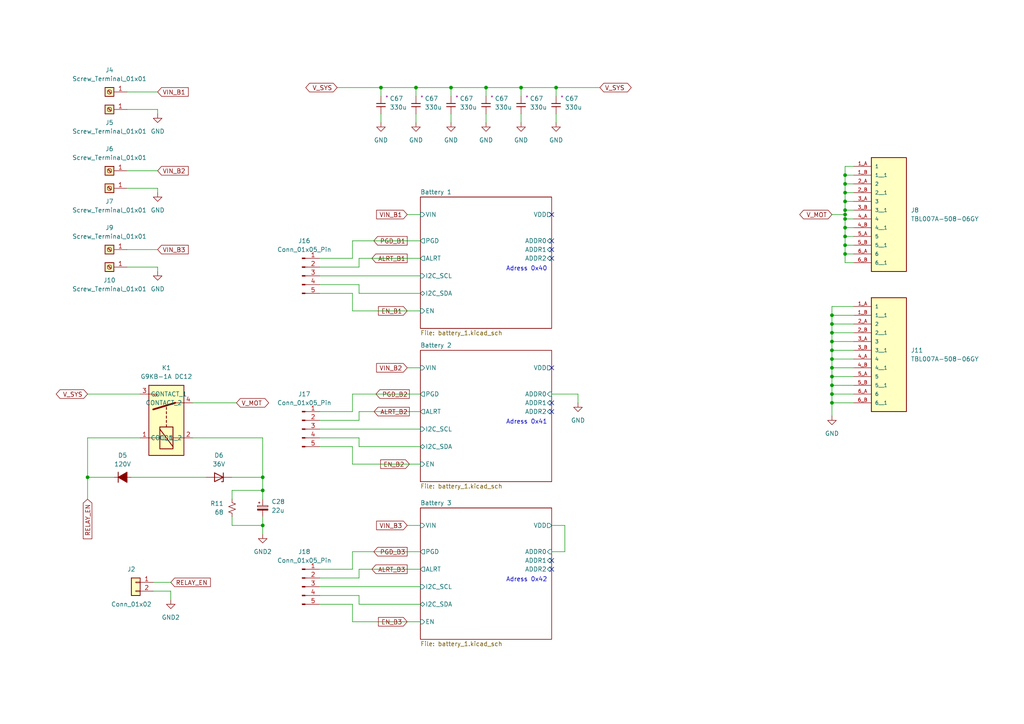
<source format=kicad_sch>
(kicad_sch (version 20230121) (generator eeschema)
  (paper "A4")
  (title_block (title "Bender 2024 Power Supply") (company "Boise State University") (comment 1 "GND  = Battery Ground") (comment 2 "GND1 = RP2040 Ground"))
  (lib_symbols
    (symbol "CUI:TBL007A-508-06GY" (pin_names (offset 1.016))
      (property "Reference" "J" (at -5.588 10.16 0))
      (property "Value" "TBL007A-508-06GY" (at -5.08 -25.4 0))
      (symbol "TBL007A-508-06GY_0_0"
        (rectangle (start -5.08 -22.86) (end 5.08 10.16) (stroke (width 0.254)) (fill (type background)))
        (pin passive line (at -10.16 7.62 0) (length 5.08) (name "1") (number "1_A"))
        (pin passive line (at -10.16 5.08 0) (length 5.08) (name "1__1") (number "1_B"))
        (pin passive line (at -10.16 2.54 0) (length 5.08) (name "2") (number "2_A"))
        (pin passive line (at -10.16 0 0) (length 5.08) (name "2__1") (number "2_B"))
        (pin passive line (at -10.16 -2.54 0) (length 5.08) (name "3") (number "3_A"))
        (pin passive line (at -10.16 -5.08 0) (length 5.08) (name "3__1") (number "3_B"))
        (pin passive line (at -10.16 -7.62 0) (length 5.08) (name "4") (number "4_A"))
        (pin passive line (at -10.16 -10.16 0) (length 5.08) (name "4__1") (number "4_B"))
        (pin passive line (at -10.16 -12.7 0) (length 5.08) (name "5") (number "5_A"))
        (pin passive line (at -10.16 -15.24 0) (length 5.08) (name "5__1") (number "5_B"))
        (pin passive line (at -10.16 -17.78 0) (length 5.08) (name "6") (number "6_A"))
        (pin passive line (at -10.16 -20.32 0) (length 5.08) (name "6__1") (number "6_B"))
      )
    )
    (symbol "Connector:Conn_01x05_Pin" (pin_names (offset 1.016) hide)
      (property "Reference" "J" (at 0 7.62 0))
      (property "Value" "Conn_01x05_Pin" (at 0 -7.62 0))
      (symbol "Conn_01x05_Pin_1_1"
        (polyline (pts (xy 1.27 -5.08) (xy 0.8636 -5.08)) (stroke (width 0.1524)))
        (polyline (pts (xy 1.27 -2.54) (xy 0.8636 -2.54)) (stroke (width 0.1524)))
        (polyline (pts (xy 1.27 0) (xy 0.8636 0)) (stroke (width 0.1524)))
        (polyline (pts (xy 1.27 2.54) (xy 0.8636 2.54)) (stroke (width 0.1524)))
        (polyline (pts (xy 1.27 5.08) (xy 0.8636 5.08)) (stroke (width 0.1524)))
        (rectangle (start 0.8636 -4.953) (end 0 -5.207) (stroke (width 0.1524)) (fill (type outline)))
        (rectangle (start 0.8636 -2.413) (end 0 -2.667) (stroke (width 0.1524)) (fill (type outline)))
        (rectangle (start 0.8636 0.127) (end 0 -0.127) (stroke (width 0.1524)) (fill (type outline)))
        (rectangle (start 0.8636 2.667) (end 0 2.413) (stroke (width 0.1524)) (fill (type outline)))
        (rectangle (start 0.8636 5.207) (end 0 4.953) (stroke (width 0.1524)) (fill (type outline)))
        (pin passive line (at 5.08 5.08 180) (length 3.81) (name "Pin_1") (number "1"))
        (pin passive line (at 5.08 2.54 180) (length 3.81) (name "Pin_2") (number "2"))
        (pin passive line (at 5.08 0 180) (length 3.81) (name "Pin_3") (number "3"))
        (pin passive line (at 5.08 -2.54 180) (length 3.81) (name "Pin_4") (number "4"))
        (pin passive line (at 5.08 -5.08 180) (length 3.81) (name "Pin_5") (number "5"))
      )
    )
    (symbol "Connector:Screw_Terminal_01x01" (pin_names (offset 1.016) hide)
      (property "Reference" "J" (at 0 2.54 0))
      (property "Value" "Screw_Terminal_01x01" (at 0 -2.54 0))
      (symbol "Screw_Terminal_01x01_1_1"
        (rectangle (start -1.27 1.27) (end 1.27 -1.27) (stroke (width 0.254)) (fill (type background)))
        (polyline (pts (xy -0.5334 0.3302) (xy 0.3302 -0.508)) (stroke (width 0.1524)))
        (polyline (pts (xy -0.3556 0.508) (xy 0.508 -0.3302)) (stroke (width 0.1524)))
        (circle (center 0 0) (radius 0.635) (stroke (width 0.1524)))
        (pin passive line (at -5.08 0 0) (length 3.81) (name "Pin_1") (number "1"))
      )
    )
    (symbol "Connector_Generic:Conn_01x02" (pin_names (offset 1.016) hide)
      (property "Reference" "J" (at 0 2.54 0))
      (property "Value" "Conn_01x02" (at 0 -5.08 0))
      (symbol "Conn_01x02_1_1"
        (rectangle (start -1.27 -2.413) (end 0 -2.667) (stroke (width 0.1524)))
        (rectangle (start -1.27 0.127) (end 0 -0.127) (stroke (width 0.1524)))
        (rectangle (start -1.27 1.27) (end 1.27 -3.81) (stroke (width 0.254)) (fill (type background)))
        (pin passive line (at -5.08 0 0) (length 3.81) (name "Pin_1") (number "1"))
        (pin passive line (at -5.08 -2.54 0) (length 3.81) (name "Pin_2") (number "2"))
      )
    )
    (symbol "Device:C_Polarized_Small" (pin_numbers hide) (pin_names (offset 0.254) hide)
      (property "Reference" "C" (at 0.254 1.778 0))
      (property "Value" "C_Polarized_Small" (at 0.254 -2.032 0))
      (symbol "C_Polarized_Small_0_1"
        (rectangle (start -1.524 -0.3048) (end 1.524 -0.6858) (fill (type outline)))
        (rectangle (start -1.524 0.6858) (end 1.524 0.3048))
        (polyline (pts (xy -1.27 1.524) (xy -0.762 1.524)))
        (polyline (pts (xy -1.016 1.27) (xy -1.016 1.778)))
      )
      (symbol "C_Polarized_Small_1_1"
        (pin passive line (at 0 2.54 270) (length 1.8542) (name "~") (number "1"))
        (pin passive line (at 0 -2.54 90) (length 1.8542) (name "~") (number "2"))
      )
    )
    (symbol "Device:D_Zener" (pin_numbers hide) (pin_names (offset 1.016) hide)
      (property "Reference" "D" (at 0 2.54 0))
      (property "Value" "D_Zener" (at 0 -2.54 0))
      (symbol "D_Zener_0_1"
        (polyline (pts (xy 1.27 0) (xy -1.27 0)))
        (polyline (pts (xy -1.27 -1.27) (xy -1.27 1.27) (xy -0.762 1.27)) (stroke (width 0.254)))
        (polyline (pts (xy 1.27 -1.27) (xy 1.27 1.27) (xy -1.27 0) (xy 1.27 -1.27)) (stroke (width 0.254)))
      )
      (symbol "D_Zener_1_1"
        (pin passive line (at -3.81 0 0) (length 2.54) (name "K") (number "1"))
        (pin passive line (at 3.81 0 180) (length 2.54) (name "A") (number "2"))
      )
    )
    (symbol "Device:R_Small_US" (pin_numbers hide) (pin_names (offset 0.254) hide)
      (property "Reference" "R" (at 0.762 0.508 0))
      (property "Value" "R_Small_US" (at 0.762 -1.016 0))
      (symbol "R_Small_US_1_1"
        (polyline (pts (xy 0 0) (xy 1.016 -0.381) (xy 0 -0.762) (xy -1.016 -1.143) (xy 0 -1.524)))
        (polyline (pts (xy 0 1.524) (xy 1.016 1.143) (xy 0 0.762) (xy -1.016 0.381) (xy 0 0)))
        (pin passive line (at 0 2.54 270) (length 1.016) (name "~") (number "1"))
        (pin passive line (at 0 -2.54 90) (length 1.016) (name "~") (number "2"))
      )
    )
    (symbol "PCM_Generic-50:C,IEC" (pin_numbers hide) (pin_names (offset 0) hide)
      (property "Reference" "C" (at 1.27 1.27 0))
      (property "Value" "C,IEC" (at 1.27 -1.27 0))
      (property "Indicator" "+" (at -1.27 1.27 0))
      (symbol "C,IEC_1_1"
        (polyline (pts (xy -1.27 -0.4572) (xy 1.27 -0.4572)) (stroke (width 0.254)))
        (polyline (pts (xy -1.27 0.4572) (xy 1.27 0.4572)) (stroke (width 0.254)))
        (pin passive line (at 0 2.54 270) (length 2.0828) (name "+") (number "1"))
        (pin passive line (at 0 -2.54 90) (length 2.0828) (name "-") (number "2"))
      )
    )
    (symbol "PCM_Generic-50:D,IEEE" (pin_numbers hide) (pin_names (offset 0) hide)
      (property "Reference" "D" (at 1.905 1.27 0))
      (property "Value" "${SIM.PARAMS}" (at 1.905 -1.27 0))
      (property "Sim.Params" "D,IEEE" (at 1.905 -1.27 0))
      (symbol "D,IEEE_1_1"
        (polyline (pts (xy -1.4732 -1.27) (xy 1.4732 -1.27)) (stroke (width 0.254)))
        (polyline (pts (xy 0 -1.27) (xy 1.4732 1.27) (xy -1.4732 1.27) (xy 0 -1.27)) (stroke (width 0.254)) (fill (type outline)))
        (pin passive line (at 0 -2.54 90) (length 1.27) (name "K-") (number "1"))
        (pin passive line (at 0 2.54 270) (length 1.27) (name "A+") (number "2"))
      )
    )
    (symbol "Relay:Relay_SPST-NO"
      (property "Reference" "K1" (at 15.24 0 90))
      (property "Value" "G9KB-1A DC12" (at 12.7 0 90))
      (symbol "Relay_SPST-NO_0_0"
        (polyline (pts (xy 7.62 5.08) (xy 7.62 2.54) (xy 6.985 3.175) (xy 7.62 3.81)))
      )
      (symbol "Relay_SPST-NO_0_1"
        (rectangle (start -10.16 5.08) (end 10.16 -5.08) (stroke (width 0.254)) (fill (type background)))
        (rectangle (start -8.255 1.905) (end -1.905 -1.905) (stroke (width 0.254)))
        (polyline (pts (xy -7.62 -1.905) (xy -2.54 1.905)) (stroke (width 0.254)))
        (polyline (pts (xy -5.08 -5.08) (xy -5.08 -1.905)))
        (polyline (pts (xy -5.08 5.08) (xy -5.08 1.905)))
        (polyline (pts (xy -1.905 0) (xy -1.27 0)) (stroke (width 0.254)))
        (polyline (pts (xy -0.635 0) (xy 0 0)) (stroke (width 0.254)))
        (polyline (pts (xy 0.635 0) (xy 1.27 0)) (stroke (width 0.254)))
        (polyline (pts (xy 1.905 0) (xy 2.54 0)) (stroke (width 0.254)))
        (polyline (pts (xy 3.175 0) (xy 3.81 0)) (stroke (width 0.254)))
        (polyline (pts (xy 5.08 -2.54) (xy 3.175 3.81)) (stroke (width 0.508)))
        (polyline (pts (xy 5.08 -2.54) (xy 5.08 -5.08)))
      )
      (symbol "Relay_SPST-NO_1_1"
        (pin passive line (at -5.08 7.62 270) (length 2.54) (name "COIL_1") (number "1") (alternate "" input line))
        (pin passive line (at -5.08 -7.62 90) (length 2.54) (name "COIL_2") (number "2") (alternate "" input line))
        (pin passive line (at 7.62 7.62 270) (length 2.54) (name "CONTACT_1") (number "3") (alternate "" input line))
        (pin passive line (at 5.08 -7.62 90) (length 2.54) (name "CONTACT_2") (number "4") (alternate "" input line))
      )
    )
    (symbol "power:GND" (power) (pin_names (offset 0))
      (property "Value" "GND" (at 0 -3.81 0))
      (symbol "GND_0_1"
        (polyline (pts (xy 0 0) (xy 0 -1.27) (xy 1.27 -1.27) (xy 0 -2.54) (xy -1.27 -1.27) (xy 0 -1.27)))
      )
      (symbol "GND_1_1"
        (pin power_in line (at 0 0 270) (length 0) hide (name "GND") (number "1"))
      )
    )
    (symbol "power:GND2" (power) (pin_names (offset 0))
      (property "Value" "GND2" (at 0 -3.81 0))
      (symbol "GND2_0_1"
        (polyline (pts (xy 0 0) (xy 0 -1.27) (xy 1.27 -1.27) (xy 0 -2.54) (xy -1.27 -1.27) (xy 0 -1.27)))
      )
      (symbol "GND2_1_1"
        (pin power_in line (at 0 0 270) (length 0) hide (name "GND2") (number "1"))
      )
    )
  )
  (junction (at 241.3 114.3))
  (junction (at 245.11 66.04))
  (junction (at 76.2 152.4))
  (junction (at 245.11 71.12))
  (junction (at 76.2 142.24))
  (junction (at 151.13 25.4))
  (junction (at 241.3 99.06))
  (junction (at 241.3 116.84))
  (junction (at 130.81 25.4))
  (junction (at 245.11 50.8))
  (junction (at 245.11 58.42))
  (junction (at 25.4 138.43))
  (junction (at 245.11 68.58))
  (junction (at 241.3 104.14))
  (junction (at 241.3 109.22))
  (junction (at 241.3 96.52))
  (junction (at 241.3 93.98))
  (junction (at 161.29 25.4))
  (junction (at 245.11 63.5))
  (junction (at 245.11 60.96))
  (junction (at 245.11 73.66))
  (junction (at 110.49 25.4))
  (junction (at 241.3 101.6))
  (junction (at 241.3 106.68))
  (junction (at 245.11 55.88))
  (junction (at 241.3 91.44))
  (junction (at 245.11 62.23))
  (junction (at 76.2 138.43))
  (junction (at 241.3 111.76))
  (junction (at 245.11 53.34))
  (junction (at 140.97 25.4))
  (junction (at 120.65 25.4))
  (no_connect (at 160.02 72.39))
  (no_connect (at 160.02 162.56))
  (no_connect (at 160.02 74.93))
  (no_connect (at 160.02 119.38))
  (no_connect (at 160.02 62.23))
  (no_connect (at 160.02 106.68))
  (no_connect (at 160.02 116.84))
  (no_connect (at 160.02 165.1))
  (no_connect (at 160.02 69.85))
  (wire (pts (xy 118.11 152.4) (xy 121.92 152.4)))
  (wire (pts (xy 130.81 25.4) (xy 130.81 27.94)))
  (wire (pts (xy 241.3 106.68) (xy 241.3 109.22)))
  (wire (pts (xy 118.11 62.23) (xy 121.92 62.23)))
  (wire (pts (xy 76.2 142.24) (xy 76.2 144.78)))
  (wire (pts (xy 151.13 25.4) (xy 151.13 27.94)))
  (wire (pts (xy 241.3 109.22) (xy 247.65 109.22)))
  (wire (pts (xy 25.4 114.3) (xy 40.64 114.3)))
  (wire (pts (xy 241.3 116.84) (xy 247.65 116.84)))
  (wire (pts (xy 245.11 55.88) (xy 247.65 55.88)))
  (wire (pts (xy 160.02 152.4) (xy 163.83 152.4)))
  (wire (pts (xy 110.49 25.4) (xy 110.49 27.94)))
  (wire (pts (xy 45.72 54.61) (xy 45.72 55.88)))
  (wire (pts (xy 36.83 72.39) (xy 45.72 72.39)))
  (wire (pts (xy 76.2 127) (xy 76.2 138.43)))
  (wire (pts (xy 245.11 73.66) (xy 245.11 71.12)))
  (wire (pts (xy 241.3 99.06) (xy 241.3 101.6)))
  (wire (pts (xy 102.235 85.09) (xy 102.235 90.17)))
  (wire (pts (xy 104.14 74.93) (xy 121.92 74.93)))
  (wire (pts (xy 92.71 129.54) (xy 102.235 129.54)))
  (wire (pts (xy 67.31 149.86) (xy 67.31 152.4)))
  (wire (pts (xy 38.1 138.43) (xy 59.69 138.43)))
  (wire (pts (xy 241.3 111.76) (xy 241.3 114.3)))
  (wire (pts (xy 151.13 25.4) (xy 161.29 25.4)))
  (wire (pts (xy 140.97 33.02) (xy 140.97 35.56)))
  (wire (pts (xy 245.11 53.34) (xy 245.11 55.88)))
  (wire (pts (xy 241.3 114.3) (xy 241.3 116.84)))
  (wire (pts (xy 247.65 48.26) (xy 245.11 48.26)))
  (wire (pts (xy 163.83 152.4) (xy 163.83 160.02)))
  (wire (pts (xy 161.29 33.02) (xy 161.29 35.56)))
  (wire (pts (xy 241.3 116.84) (xy 241.3 120.65)))
  (wire (pts (xy 92.71 80.01) (xy 121.92 80.01)))
  (wire (pts (xy 241.3 114.3) (xy 247.65 114.3)))
  (wire (pts (xy 102.235 119.38) (xy 102.235 114.3)))
  (wire (pts (xy 36.83 54.61) (xy 45.72 54.61)))
  (wire (pts (xy 36.83 77.47) (xy 45.72 77.47)))
  (wire (pts (xy 44.45 168.91) (xy 49.53 168.91)))
  (wire (pts (xy 102.235 180.34) (xy 121.92 180.34)))
  (wire (pts (xy 245.11 53.34) (xy 247.65 53.34)))
  (wire (pts (xy 245.11 48.26) (xy 245.11 50.8)))
  (wire (pts (xy 104.14 127) (xy 104.14 129.54)))
  (wire (pts (xy 92.71 175.26) (xy 102.235 175.26)))
  (wire (pts (xy 118.11 106.68) (xy 121.92 106.68)))
  (wire (pts (xy 247.65 76.2) (xy 245.11 76.2)))
  (wire (pts (xy 92.71 172.72) (xy 104.14 172.72)))
  (wire (pts (xy 241.3 101.6) (xy 241.3 104.14)))
  (wire (pts (xy 245.11 76.2) (xy 245.11 73.66)))
  (wire (pts (xy 104.14 85.09) (xy 121.92 85.09)))
  (wire (pts (xy 67.31 152.4) (xy 76.2 152.4)))
  (wire (pts (xy 241.3 88.9) (xy 241.3 91.44)))
  (wire (pts (xy 92.71 167.64) (xy 104.14 167.64)))
  (wire (pts (xy 104.14 129.54) (xy 121.92 129.54)))
  (wire (pts (xy 25.4 127) (xy 25.4 138.43)))
  (wire (pts (xy 245.11 58.42) (xy 247.65 58.42)))
  (wire (pts (xy 36.83 49.53) (xy 45.72 49.53)))
  (wire (pts (xy 92.71 170.18) (xy 121.92 170.18)))
  (wire (pts (xy 120.65 25.4) (xy 130.81 25.4)))
  (wire (pts (xy 241.3 96.52) (xy 241.3 99.06)))
  (wire (pts (xy 245.11 62.23) (xy 245.11 63.5)))
  (wire (pts (xy 102.235 165.1) (xy 102.235 160.02)))
  (wire (pts (xy 92.71 77.47) (xy 104.14 77.47)))
  (wire (pts (xy 245.11 58.42) (xy 245.11 60.96)))
  (wire (pts (xy 104.14 175.26) (xy 121.92 175.26)))
  (wire (pts (xy 245.11 68.58) (xy 245.11 66.04)))
  (wire (pts (xy 241.3 111.76) (xy 247.65 111.76)))
  (wire (pts (xy 151.13 33.02) (xy 151.13 35.56)))
  (wire (pts (xy 97.79 25.4) (xy 110.49 25.4)))
  (wire (pts (xy 245.11 63.5) (xy 247.65 63.5)))
  (wire (pts (xy 102.235 134.62) (xy 121.92 134.62)))
  (wire (pts (xy 49.53 171.45) (xy 49.53 173.99)))
  (wire (pts (xy 110.49 33.02) (xy 110.49 35.56)))
  (wire (pts (xy 241.3 96.52) (xy 247.65 96.52)))
  (wire (pts (xy 163.83 160.02) (xy 160.02 160.02)))
  (wire (pts (xy 104.14 165.1) (xy 121.92 165.1)))
  (wire (pts (xy 160.02 114.3) (xy 167.64 114.3)))
  (wire (pts (xy 104.14 119.38) (xy 121.92 119.38)))
  (wire (pts (xy 76.2 138.43) (xy 76.2 142.24)))
  (wire (pts (xy 140.97 25.4) (xy 140.97 27.94)))
  (wire (pts (xy 102.235 160.02) (xy 121.92 160.02)))
  (wire (pts (xy 130.81 25.4) (xy 140.97 25.4)))
  (wire (pts (xy 102.235 69.85) (xy 121.92 69.85)))
  (wire (pts (xy 102.235 114.3) (xy 121.92 114.3)))
  (wire (pts (xy 104.14 121.92) (xy 104.14 119.38)))
  (wire (pts (xy 36.83 31.75) (xy 45.72 31.75)))
  (wire (pts (xy 92.71 124.46) (xy 121.92 124.46)))
  (wire (pts (xy 92.71 85.09) (xy 102.235 85.09)))
  (wire (pts (xy 67.31 144.78) (xy 67.31 142.24)))
  (wire (pts (xy 241.3 62.23) (xy 245.11 62.23)))
  (wire (pts (xy 167.64 114.3) (xy 167.64 116.84)))
  (wire (pts (xy 120.65 25.4) (xy 120.65 27.94)))
  (wire (pts (xy 45.72 31.75) (xy 45.72 33.02)))
  (wire (pts (xy 241.3 91.44) (xy 241.3 93.98)))
  (wire (pts (xy 67.31 138.43) (xy 76.2 138.43)))
  (wire (pts (xy 245.11 66.04) (xy 245.11 63.5)))
  (wire (pts (xy 247.65 66.04) (xy 245.11 66.04)))
  (wire (pts (xy 104.14 77.47) (xy 104.14 74.93)))
  (wire (pts (xy 104.14 167.64) (xy 104.14 165.1)))
  (wire (pts (xy 241.3 93.98) (xy 247.65 93.98)))
  (wire (pts (xy 102.235 90.17) (xy 121.92 90.17)))
  (wire (pts (xy 241.3 93.98) (xy 241.3 96.52)))
  (wire (pts (xy 25.4 138.43) (xy 25.4 144.78)))
  (wire (pts (xy 241.3 99.06) (xy 247.65 99.06)))
  (wire (pts (xy 247.65 71.12) (xy 245.11 71.12)))
  (wire (pts (xy 245.11 50.8) (xy 247.65 50.8)))
  (wire (pts (xy 92.71 74.93) (xy 102.235 74.93)))
  (wire (pts (xy 45.72 77.47) (xy 45.72 78.74)))
  (wire (pts (xy 102.235 129.54) (xy 102.235 134.62)))
  (wire (pts (xy 44.45 171.45) (xy 49.53 171.45)))
  (wire (pts (xy 76.2 152.4) (xy 76.2 154.94)))
  (wire (pts (xy 55.88 116.84) (xy 68.58 116.84)))
  (wire (pts (xy 245.11 60.96) (xy 245.11 62.23)))
  (wire (pts (xy 104.14 82.55) (xy 104.14 85.09)))
  (wire (pts (xy 241.3 101.6) (xy 247.65 101.6)))
  (wire (pts (xy 55.88 127) (xy 76.2 127)))
  (wire (pts (xy 247.65 68.58) (xy 245.11 68.58)))
  (wire (pts (xy 92.71 119.38) (xy 102.235 119.38)))
  (wire (pts (xy 173.99 25.4) (xy 161.29 25.4)))
  (wire (pts (xy 241.3 106.68) (xy 247.65 106.68)))
  (wire (pts (xy 120.65 33.02) (xy 120.65 35.56)))
  (wire (pts (xy 241.3 104.14) (xy 241.3 106.68)))
  (wire (pts (xy 92.71 121.92) (xy 104.14 121.92)))
  (wire (pts (xy 92.71 127) (xy 104.14 127)))
  (wire (pts (xy 247.65 88.9) (xy 241.3 88.9)))
  (wire (pts (xy 25.4 138.43) (xy 33.02 138.43)))
  (wire (pts (xy 104.14 172.72) (xy 104.14 175.26)))
  (wire (pts (xy 241.3 109.22) (xy 241.3 111.76)))
  (wire (pts (xy 161.29 25.4) (xy 161.29 27.94)))
  (wire (pts (xy 92.71 165.1) (xy 102.235 165.1)))
  (wire (pts (xy 245.11 55.88) (xy 245.11 58.42)))
  (wire (pts (xy 245.11 50.8) (xy 245.11 53.34)))
  (wire (pts (xy 247.65 73.66) (xy 245.11 73.66)))
  (wire (pts (xy 36.83 26.67) (xy 45.72 26.67)))
  (wire (pts (xy 130.81 33.02) (xy 130.81 35.56)))
  (wire (pts (xy 67.31 142.24) (xy 76.2 142.24)))
  (wire (pts (xy 92.71 82.55) (xy 104.14 82.55)))
  (wire (pts (xy 245.11 60.96) (xy 247.65 60.96)))
  (wire (pts (xy 241.3 91.44) (xy 247.65 91.44)))
  (wire (pts (xy 140.97 25.4) (xy 151.13 25.4)))
  (wire (pts (xy 102.235 175.26) (xy 102.235 180.34)))
  (wire (pts (xy 76.2 149.86) (xy 76.2 152.4)))
  (wire (pts (xy 241.3 104.14) (xy 247.65 104.14)))
  (wire (pts (xy 40.64 127) (xy 25.4 127)))
  (wire (pts (xy 110.49 25.4) (xy 120.65 25.4)))
  (wire (pts (xy 245.11 71.12) (xy 245.11 68.58)))
  (wire (pts (xy 102.235 74.93) (xy 102.235 69.85)))
  (text "Adress 0x42" (at 158.75 168.91 0) (effects (font (size 1.27 1.27)) (justify right bottom)))
  (text "Adress 0x41" (at 158.75 123.19 0) (effects (font (size 1.27 1.27)) (justify right bottom)))
  (text "Adress 0x40" (at 158.75 78.74 0) (effects (font (size 1.27 1.27)) (justify right bottom)))
  (global_label "V_SYS" (shape bidirectional) (at 97.79 25.4 180) (property "Intersheetrefs" "${INTERSHEET_REFS}" (effects hide)))
  (global_label "VIN_B1" (shape input) (at 45.72 26.67 0) (property "Intersheetrefs" "${INTERSHEET_REFS}" (effects hide)))
  (global_label "VIN_B1" (shape input) (at 118.11 62.23 180) (property "Intersheetrefs" "${INTERSHEET_REFS}" (effects hide)))
  (global_label "V_SYS" (shape bidirectional) (at 25.4 114.3 180) (property "Intersheetrefs" "${INTERSHEET_REFS}" (effects hide)))
  (global_label "VIN_B3" (shape input) (at 118.11 152.4 180) (property "Intersheetrefs" "${INTERSHEET_REFS}" (effects hide)))
  (global_label "EN_B2" (shape input) (at 118.745 134.62 180) (property "Intersheetrefs" "${INTERSHEET_REFS}" (effects hide)))
  (global_label "ALRT_B1" (shape output) (at 118.11 74.93 180) (property "Intersheetrefs" "${INTERSHEET_REFS}" (effects hide)))
  (global_label "VIN_B2" (shape input) (at 45.72 49.53 0) (property "Intersheetrefs" "${INTERSHEET_REFS}" (effects hide)))
  (global_label "VIN_B3" (shape input) (at 45.72 72.39 0) (property "Intersheetrefs" "${INTERSHEET_REFS}" (effects hide)))
  (global_label "EN_B3" (shape input) (at 118.11 180.34 180) (property "Intersheetrefs" "${INTERSHEET_REFS}" (effects hide)))
  (global_label "V_SYS" (shape bidirectional) (at 173.99 25.4 0) (property "Intersheetrefs" "${INTERSHEET_REFS}" (effects hide)))
  (global_label "RELAY_EN" (shape input) (at 25.4 144.78 270) (property "Intersheetrefs" "${INTERSHEET_REFS}" (effects hide)))
  (global_label "PGD_B3" (shape output) (at 118.11 160.02 180) (property "Intersheetrefs" "${INTERSHEET_REFS}" (effects hide)))
  (global_label "V_MOT" (shape bidirectional) (at 68.58 116.84 0) (property "Intersheetrefs" "${INTERSHEET_REFS}" (effects hide)))
  (global_label "VIN_B2" (shape input) (at 118.11 106.68 180) (property "Intersheetrefs" "${INTERSHEET_REFS}" (effects hide)))
  (global_label "ALRT_B3" (shape output) (at 118.11 165.1 180) (property "Intersheetrefs" "${INTERSHEET_REFS}" (effects hide)))
  (global_label "ALRT_B2" (shape output) (at 118.745 119.38 180) (property "Intersheetrefs" "${INTERSHEET_REFS}" (effects hide)))
  (global_label "V_MOT" (shape bidirectional) (at 241.3 62.23 180) (property "Intersheetrefs" "${INTERSHEET_REFS}" (effects hide)))
  (global_label "PGD_B1" (shape output) (at 118.11 69.85 180) (property "Intersheetrefs" "${INTERSHEET_REFS}" (effects hide)))
  (global_label "EN_B1" (shape input) (at 118.11 90.17 180) (property "Intersheetrefs" "${INTERSHEET_REFS}" (effects hide)))
  (global_label "RELAY_EN" (shape input) (at 49.53 168.91 0) (property "Intersheetrefs" "${INTERSHEET_REFS}" (effects hide)))
  (global_label "PGD_B2" (shape output) (at 118.745 114.3 180) (property "Intersheetrefs" "${INTERSHEET_REFS}" (effects hide)))
  (symbol (lib_id "Connector:Conn_01x05_Pin") (at 87.63 80.01 0) (unit 1)
    (property "Reference" "J16" (at 88.265 69.85 0))
    (property "Value" "Conn_01x05_Pin" (at 88.265 72.39 0))
    (property "Footprint" "Connector_PinHeader_2.54mm:PinHeader_1x05_P2.54mm_Vertical_SMD_Pin1Left" (effects hide))
  )
  (symbol (lib_id "PCM_Generic-50:C,IEC") (at 151.13 30.48 0) (unit 1)
    (property "Reference" "C67" (at 153.67 28.575 0) (effects (justify left)))
    (property "Value" "330u" (at 153.67 31.115 0) (effects (justify left)))
    (property "Footprint" "Capacitor_THT:CP_Radial_D18.0mm_P7.50mm" (effects hide))
    (property "Datasheet" "https://www.we-online.com/catalog/datasheet/860241081001.pdf" (effects hide))
    (property "Indicator" "+" (at 152.4 27.94 0) (effects (font (size 0.635 0.635)) (justify left)))
    (property "MPN" "860241081001" (effects hide))
    (instances (project "2023-24_Power_Supply" (path "" (reference "C67") (unit 1)) (path "" (reference "C26") (unit 1))))
  )
  (symbol (lib_id "power:GND") (at 140.97 35.56 0) (unit 1)
    (property "Reference" "#PWR043" (effects hide))
    (property "Value" "GND" (at 140.97 40.64 0))
  )
  (symbol (lib_id "power:GND") (at 161.29 35.56 0) (unit 1)
    (property "Reference" "#PWR045" (effects hide))
    (property "Value" "GND" (at 161.29 40.64 0))
  )
  (symbol (lib_id "power:GND") (at 45.72 78.74 0) (unit 1)
    (property "Reference" "#PWR047" (effects hide))
    (property "Value" "GND" (at 45.72 83.82 0))
  )
  (symbol (lib_id "power:GND2") (at 49.53 173.99 0) (unit 1)
    (property "Reference" "#PWR051" (effects hide))
    (property "Value" "GND2" (at 49.53 179.07 0))
  )
  (symbol (lib_id "CUI:TBL007A-508-06GY") (at 257.81 55.88 0) (unit 1)
    (property "Reference" "J8" (at 264.16 60.96 0) (effects (justify left)))
    (property "Value" "TBL007A-508-06GY" (at 264.16 63.5 0) (effects (justify left)))
    (property "Footprint" "CUI:CUI_TBL007A-508-06GY" (effects hide))
    (property "STANDARD" "Manufacturer Recommendations" (effects hide))
    (property "MANUFACTURER" "CUI" (effects hide))
  )
  (symbol (lib_id "Relay:Relay_SPST-NO") (at 48.26 121.92 90) (unit 1)
    (property "Reference" "K1" (at 48.26 106.68 90))
    (property "Value" "G9KB-1A DC12" (at 48.26 109.22 90))
    (property "Footprint" "Omron:Relay_SPST_Omron_G9KB" (effects hide))
    (property "Datasheet" "https://www.mouser.com/datasheet/2/307/Omron_4_13_2022_G9KB_Datasheet-2939225.pdf" (effects hide))
    (property "MPN" "G9KB-1A DC12" (effects hide))
    (property "Manufacturer" "OMRON" (effects hide))
  )
  (symbol (lib_id "Connector_Generic:Conn_01x02") (at 39.37 168.91 0) (mirror y) (unit 1)
    (property "Reference" "J2" (at 38.1 165.1 0))
    (property "Value" "Conn_01x02" (at 38.1 175.26 0))
    (property "Footprint" "Connector_PinHeader_2.54mm:PinHeader_1x02_P2.54mm_Vertical" (effects hide))
    (instances (project "RP2040_minimal" (path "" (reference "J2") (unit 1))) (project "2023-24_Power_Supply" (path "" (reference "J3") (unit 1)) (path "" (reference "J12") (unit 1))))
  )
  (symbol (lib_id "Device:C_Polarized_Small") (at 76.2 147.32 0) (unit 1)
    (property "Reference" "C28" (at 78.74 145.5039 0) (effects (justify left)))
    (property "Value" "22u" (at 78.74 148.0439 0) (effects (justify left)))
    (property "Footprint" "Capacitor_THT:CP_Radial_D10.0mm_P5.00mm" (effects hide))
    (property "MPN" "EEU-ED2D220" (effects hide))
    (property "Manufacturer" "Panasonic" (effects hide))
  )
  (symbol (lib_id "Connector:Conn_01x05_Pin") (at 87.63 170.18 0) (unit 1)
    (property "Reference" "J18" (at 88.265 160.02 0))
    (property "Value" "Conn_01x05_Pin" (at 88.265 162.56 0))
    (property "Footprint" "Connector_PinHeader_2.54mm:PinHeader_1x05_P2.54mm_Vertical_SMD_Pin1Left" (effects hide))
  )
  (symbol (lib_id "Device:R_Small_US") (at 67.31 147.32 0) (unit 1)
    (property "Reference" "R11" (at 60.96 146.05 0) (effects (justify left)))
    (property "Value" "68" (at 62.23 148.59 0) (effects (justify left)))
    (property "Footprint" "Resistor_SMD:R_2512_6332Metric" (effects hide))
    (property "MPN" "352268RFT" (effects hide))
  )
  (symbol (lib_id "power:GND") (at 110.49 35.56 0) (unit 1)
    (property "Reference" "#PWR040" (effects hide))
    (property "Value" "GND" (at 110.49 40.64 0))
  )
  (symbol (lib_id "Connector:Screw_Terminal_01x01") (at 31.75 31.75 180) (unit 1)
    (property "Reference" "J5" (at 31.75 35.56 0))
    (property "Value" "Screw_Terminal_01x01" (at 31.75 38.1 0))
    (property "Footprint" "TerminalBlock_Wuerth:Wuerth_REDCUBE-THR_WP-THRSH_74651174_THR" (effects hide))
    (property "Datasheet" "https://www.we-online.com/catalog/datasheet/74651174R.pdf" (effects hide))
    (property "MPN" "74651174R" (effects hide))
    (property "Manufacturer" "Wurth" (effects hide))
  )
  (symbol (lib_id "PCM_Generic-50:C,IEC") (at 161.29 30.48 0) (unit 1)
    (property "Reference" "C67" (at 163.83 28.575 0) (effects (justify left)))
    (property "Value" "330u" (at 163.83 31.115 0) (effects (justify left)))
    (property "Footprint" "Capacitor_THT:CP_Radial_D18.0mm_P7.50mm" (effects hide))
    (property "Datasheet" "https://www.we-online.com/catalog/datasheet/860241081001.pdf" (effects hide))
    (property "Indicator" "+" (at 162.56 27.94 0) (effects (font (size 0.635 0.635)) (justify left)))
    (property "MPN" "860241081001" (effects hide))
    (instances (project "2023-24_Power_Supply" (path "" (reference "C67") (unit 1)) (path "" (reference "C27") (unit 1))))
  )
  (symbol (lib_id "power:GND") (at 45.72 55.88 0) (unit 1)
    (property "Reference" "#PWR046" (effects hide))
    (property "Value" "GND" (at 45.72 60.96 0))
  )
  (symbol (lib_id "power:GND") (at 167.64 116.84 0) (unit 1)
    (property "Reference" "#PWR048" (effects hide))
    (property "Value" "GND" (at 167.64 121.92 0))
  )
  (symbol (lib_id "PCM_Generic-50:C,IEC") (at 110.49 30.48 0) (unit 1)
    (property "Reference" "C67" (at 113.03 28.575 0) (effects (justify left)))
    (property "Value" "330u" (at 113.03 31.115 0) (effects (justify left)))
    (property "Footprint" "Capacitor_THT:CP_Radial_D18.0mm_P7.50mm" (effects hide))
    (property "Datasheet" "https://www.we-online.com/catalog/datasheet/860241081001.pdf" (effects hide))
    (property "Indicator" "+" (at 111.76 27.94 0) (effects (font (size 0.635 0.635)) (justify left)))
    (property "MPN" "860241081001" (effects hide))
    (instances (project "2023-24_Power_Supply" (path "" (reference "C67") (unit 1)) (path "" (reference "C22") (unit 1))))
  )
  (symbol (lib_id "Connector:Screw_Terminal_01x01") (at 31.75 26.67 180) (unit 1)
    (property "Reference" "J4" (at 31.75 20.32 0))
    (property "Value" "Screw_Terminal_01x01" (at 31.75 22.86 0))
    (property "Footprint" "TerminalBlock_Wuerth:Wuerth_REDCUBE-THR_WP-THRSH_74651174_THR" (effects hide))
    (property "Datasheet" "https://www.we-online.com/catalog/datasheet/74651174R.pdf" (effects hide))
    (property "MPN" "74651174R" (effects hide))
    (property "Manufacturer" "Wurth" (effects hide))
  )
  (symbol (lib_id "Connector:Screw_Terminal_01x01") (at 31.75 72.39 180) (unit 1)
    (property "Reference" "J9" (at 31.75 66.04 0))
    (property "Value" "Screw_Terminal_01x01" (at 31.75 68.58 0))
    (property "Footprint" "TerminalBlock_Wuerth:Wuerth_REDCUBE-THR_WP-THRSH_74651174_THR" (effects hide))
    (property "Datasheet" "https://www.we-online.com/catalog/datasheet/74651174R.pdf" (effects hide))
    (property "MPN" "74651174R" (effects hide))
    (property "Manufacturer" "Wurth" (effects hide))
  )
  (symbol (lib_id "PCM_Generic-50:C,IEC") (at 120.65 30.48 0) (unit 1)
    (property "Reference" "C67" (at 123.19 28.575 0) (effects (justify left)))
    (property "Value" "330u" (at 123.19 31.115 0) (effects (justify left)))
    (property "Footprint" "Capacitor_THT:CP_Radial_D18.0mm_P7.50mm" (effects hide))
    (property "Datasheet" "https://www.we-online.com/catalog/datasheet/860241081001.pdf" (effects hide))
    (property "Indicator" "+" (at 121.92 27.94 0) (effects (font (size 0.635 0.635)) (justify left)))
    (property "MPN" "860241081001" (effects hide))
    (instances (project "2023-24_Power_Supply" (path "" (reference "C67") (unit 1)) (path "" (reference "C23") (unit 1))))
  )
  (symbol (lib_id "power:GND") (at 241.3 120.65 0) (unit 1)
    (property "Reference" "#PWR049" (effects hide))
    (property "Value" "GND" (at 241.3 125.73 0))
  )
  (symbol (lib_id "power:GND") (at 130.81 35.56 0) (unit 1)
    (property "Reference" "#PWR042" (effects hide))
    (property "Value" "GND" (at 130.81 40.64 0))
  )
  (symbol (lib_id "PCM_Generic-50:C,IEC") (at 140.97 30.48 0) (unit 1)
    (property "Reference" "C67" (at 143.51 28.575 0) (effects (justify left)))
    (property "Value" "330u" (at 143.51 31.115 0) (effects (justify left)))
    (property "Footprint" "Capacitor_THT:CP_Radial_D18.0mm_P7.50mm" (effects hide))
    (property "Datasheet" "https://www.we-online.com/catalog/datasheet/860241081001.pdf" (effects hide))
    (property "Indicator" "+" (at 142.24 27.94 0) (effects (font (size 0.635 0.635)) (justify left)))
    (property "MPN" "860241081001" (effects hide))
    (instances (project "2023-24_Power_Supply" (path "" (reference "C67") (unit 1)) (path "" (reference "C25") (unit 1))))
  )
  (symbol (lib_id "Device:D_Zener") (at 63.5 138.43 180) (unit 1)
    (property "Reference" "D6" (at 63.5 132.08 0))
    (property "Value" "36V" (at 63.5 134.62 0))
    (property "Footprint" "Diode_SMD:D_SOD-123" (effects hide))
    (property "Datasheet" "https://www.mouser.com/datasheet/2/308/1/MMSZ5221BT1_D-2316205.pdf" (effects hide))
    (property "MPN" "MMSZ5258BT3G" (effects hide))
    (property "Manufacturer" "ON Semi" (effects hide))
  )
  (symbol (lib_id "power:GND") (at 151.13 35.56 0) (unit 1)
    (property "Reference" "#PWR044" (effects hide))
    (property "Value" "GND" (at 151.13 40.64 0))
  )
  (symbol (lib_id "PCM_Generic-50:D,IEEE") (at 35.56 138.43 270) (unit 1)
    (property "Reference" "D5" (at 35.56 132.08 90))
    (property "Value" "120V" (at 35.56 134.62 90))
    (property "Footprint" "Diode_SMD:D_SOD-123" (effects hide))
    (property "Datasheet" "https://www.mouser.com/datasheet/2/916/BAS21GW-1319015.pdf" (effects hide))
    (property "Sim.Pins" "2=1 1=2" (effects hide))
    (property "Sim.Params" "D,IEEE" (effects hide))
    (property "Sim.Device" "SPICE" (effects hide))
    (property "MPN" "BAS21GWX" (effects hide))
    (property "Manufacturer" "Nexperia" (effects hide))
  )
  (symbol (lib_id "Connector:Screw_Terminal_01x01") (at 31.75 54.61 180) (unit 1)
    (property "Reference" "J7" (at 31.75 58.42 0))
    (property "Value" "Screw_Terminal_01x01" (at 31.75 60.96 0))
    (property "Footprint" "TerminalBlock_Wuerth:Wuerth_REDCUBE-THR_WP-THRSH_74651174_THR" (effects hide))
    (property "Datasheet" "https://www.we-online.com/catalog/datasheet/74651174R.pdf" (effects hide))
    (property "MPN" "74651174R" (effects hide))
    (property "Manufacturer" "Wurth" (effects hide))
  )
  (symbol (lib_id "Connector:Screw_Terminal_01x01") (at 31.75 49.53 180) (unit 1)
    (property "Reference" "J6" (at 31.75 43.18 0))
    (property "Value" "Screw_Terminal_01x01" (at 31.75 45.72 0))
    (property "Footprint" "TerminalBlock_Wuerth:Wuerth_REDCUBE-THR_WP-THRSH_74651174_THR" (effects hide))
    (property "Datasheet" "https://www.we-online.com/catalog/datasheet/74651174R.pdf" (effects hide))
    (property "MPN" "74651174R" (effects hide))
    (property "Manufacturer" "Wurth" (effects hide))
  )
  (symbol (lib_id "power:GND") (at 120.65 35.56 0) (unit 1)
    (property "Reference" "#PWR041" (effects hide))
    (property "Value" "GND" (at 120.65 40.64 0))
  )
  (symbol (lib_id "PCM_Generic-50:C,IEC") (at 130.81 30.48 0) (unit 1)
    (property "Reference" "C67" (at 133.35 28.575 0) (effects (justify left)))
    (property "Value" "330u" (at 133.35 31.115 0) (effects (justify left)))
    (property "Footprint" "Capacitor_THT:CP_Radial_D18.0mm_P7.50mm" (effects hide))
    (property "Datasheet" "https://www.we-online.com/catalog/datasheet/860241081001.pdf" (effects hide))
    (property "Indicator" "+" (at 132.08 27.94 0) (effects (font (size 0.635 0.635)) (justify left)))
    (property "MPN" "860241081001" (effects hide))
    (instances (project "2023-24_Power_Supply" (path "" (reference "C67") (unit 1)) (path "" (reference "C24") (unit 1))))
  )
  (symbol (lib_id "power:GND") (at 45.72 33.02 0) (unit 1)
    (property "Reference" "#PWR039" (effects hide))
    (property "Value" "GND" (at 45.72 38.1 0))
  )
  (symbol (lib_id "CUI:TBL007A-508-06GY") (at 257.81 96.52 0) (unit 1)
    (property "Reference" "J11" (at 264.16 101.6 0) (effects (justify left)))
    (property "Value" "TBL007A-508-06GY" (at 264.16 104.14 0) (effects (justify left)))
    (property "Footprint" "CUI:CUI_TBL007A-508-06GY" (effects hide))
    (property "STANDARD" "Manufacturer Recommendations" (effects hide))
    (property "MANUFACTURER" "CUI" (effects hide))
  )
  (symbol (lib_id "Connector:Screw_Terminal_01x01") (at 31.75 77.47 180) (unit 1)
    (property "Reference" "J10" (at 31.75 81.28 0))
    (property "Value" "Screw_Terminal_01x01" (at 31.75 83.82 0))
    (property "Footprint" "TerminalBlock_Wuerth:Wuerth_REDCUBE-THR_WP-THRSH_74651174_THR" (effects hide))
    (property "Datasheet" "https://www.we-online.com/catalog/datasheet/74651174R.pdf" (effects hide))
    (property "MPN" "74651174R" (effects hide))
    (property "Manufacturer" "Wurth" (effects hide))
  )
  (symbol (lib_id "power:GND2") (at 76.2 154.94 0) (unit 1)
    (property "Reference" "#PWR050" (effects hide))
    (property "Value" "GND2" (at 76.2 160.02 0))
  )
  (symbol (lib_id "Connector:Conn_01x05_Pin") (at 87.63 124.46 0) (unit 1)
    (property "Reference" "J17" (at 88.265 114.3 0))
    (property "Value" "Conn_01x05_Pin" (at 88.265 116.84 0))
    (property "Footprint" "Connector_PinHeader_2.54mm:PinHeader_1x05_P2.54mm_Vertical_SMD_Pin1Left" (effects hide))
  )
  (sheet (at 121.92 147.32) (size 38.1 38.1) (stroke (width 0.1524))
    (property "Sheetname" "Battery 3" (at 121.92 146.6084 0) (effects (justify left bottom)))
    (property "Sheetfile" "battery_1.kicad_sch" (at 121.92 186.0046 0) (effects (justify left top)))
    (pin "VIN" input (at 121.92 152.4 180))
    (pin "EN" input (at 121.92 180.34 180))
    (pin "PGD" output (at 121.92 160.02 180))
    (pin "ALRT" output (at 121.92 165.1 180))
    (pin "VDD" output (at 160.02 152.4 0))
    (pin "ADDR0" input (at 160.02 160.02 0))
    (pin "ADDR2" input (at 160.02 165.1 0))
    (pin "ADDR1" input (at 160.02 162.56 0))
    (pin "I2C_SDA" bidirectional (at 121.92 175.26 180))
    (pin "I2C_SCL" input (at 121.92 170.18 180))
  )
  (sheet (at 121.92 57.15) (size 38.1 38.1) (stroke (width 0.1524))
    (property "Sheetname" "Battery 1" (at 121.92 56.4384 0) (effects (justify left bottom)))
    (property "Sheetfile" "battery_1.kicad_sch" (at 121.92 95.8346 0) (effects (justify left top)))
    (pin "VIN" input (at 121.92 62.23 180))
    (pin "EN" input (at 121.92 90.17 180))
    (pin "PGD" output (at 121.92 69.85 180))
    (pin "ALRT" output (at 121.92 74.93 180))
    (pin "VDD" output (at 160.02 62.23 0))
    (pin "ADDR0" input (at 160.02 69.85 0))
    (pin "ADDR2" input (at 160.02 74.93 0))
    (pin "ADDR1" input (at 160.02 72.39 0))
    (pin "I2C_SDA" bidirectional (at 121.92 85.09 180))
    (pin "I2C_SCL" input (at 121.92 80.01 180))
  )
  (sheet (at 121.92 101.6) (size 38.1 38.1) (stroke (width 0.1524))
    (property "Sheetname" "Battery 2" (at 121.92 100.8884 0) (effects (justify left bottom)))
    (property "Sheetfile" "battery_1.kicad_sch" (at 121.92 140.2846 0) (effects (justify left top)))
    (pin "VIN" input (at 121.92 106.68 180))
    (pin "EN" input (at 121.92 134.62 180))
    (pin "PGD" output (at 121.92 114.3 180))
    (pin "ALRT" output (at 121.92 119.38 180))
    (pin "VDD" output (at 160.02 106.68 0))
    (pin "ADDR0" input (at 160.02 114.3 0))
    (pin "ADDR2" input (at 160.02 119.38 0))
    (pin "ADDR1" input (at 160.02 116.84 0))
    (pin "I2C_SDA" bidirectional (at 121.92 129.54 180))
    (pin "I2C_SCL" input (at 121.92 124.46 180))
  )
)
</source>
